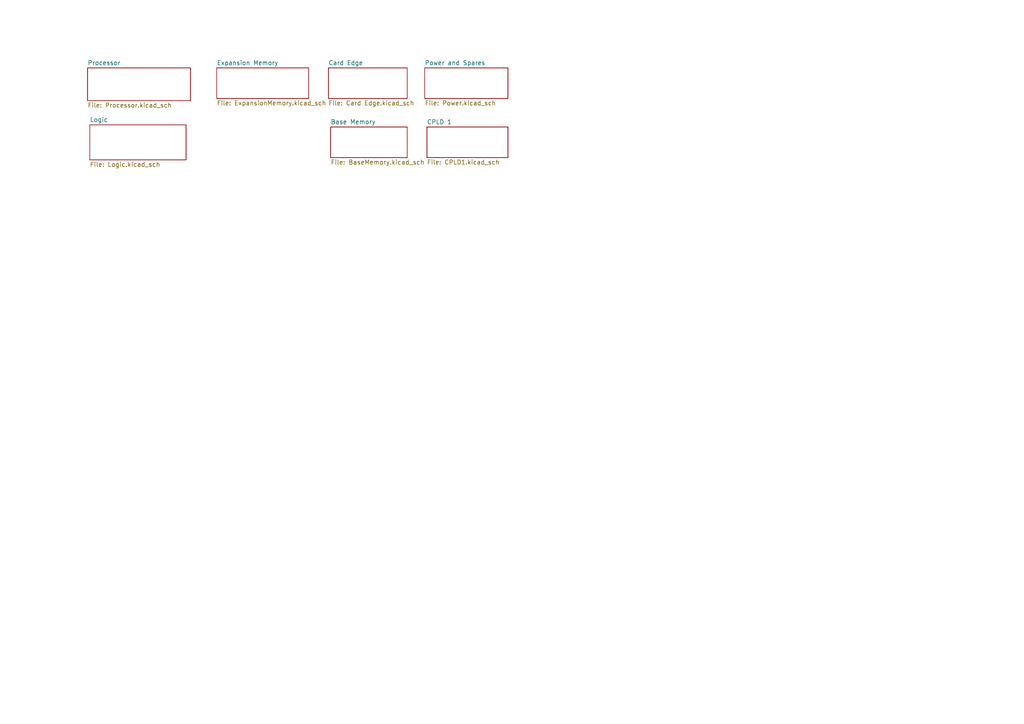
<source format=kicad_sch>
(kicad_sch (version 20211123) (generator eeschema)
  (paper "A4")
  (lib_symbols)
  (sheet (at 25.4 19.685) (size 29.845 9.525)
    (property "Sheet name" "Processor" (at 25.4 18.9734 0) (effects (justify left bottom)))
    (property "Sheet file" "Processor.kicad_sch" (at 25.4 29.7946 0) (effects (justify left top)))
  )
  (sheet (at 62.865 19.685) (size 26.67 8.89)
    (property "Sheet name" "Expansion Memory" (at 62.865 18.9734 0) (effects (justify left bottom)))
    (property "Sheet file" "ExpansionMemory.kicad_sch" (at 62.865 29.1596 0) (effects (justify left top)))
  )
  (sheet (at 95.25 19.685) (size 22.86 8.89)
    (property "Sheet name" "Card Edge" (at 95.25 18.9734 0) (effects (justify left bottom)))
    (property "Sheet file" "Card Edge.kicad_sch" (at 95.25 29.1596 0) (effects (justify left top)))
  )
  (sheet (at 95.885 36.83) (size 22.225 8.89)
    (property "Sheet name" "Base Memory" (at 95.885 36.1057 0) (effects (font (size 1.2954 1.2954)) (justify left bottom)))
    (property "Sheet file" "BaseMemory.kicad_sch" (at 95.885 46.3148 0) (effects (font (size 1.2954 1.2954)) (justify left top)))
  )
  (sheet (at 123.825 36.83) (size 23.495 8.89)
    (property "Sheet name" "CPLD 1" (at 123.825 36.1184 0) (effects (justify left bottom)))
    (property "Sheet file" "CPLD1.kicad_sch" (at 123.825 46.3046 0) (effects (justify left top)))
  )
  (sheet (at 123.19 19.685) (size 24.13 8.89)
    (property "Sheet name" "Power and Spares" (at 123.19 18.9734 0) (effects (justify left bottom)))
    (property "Sheet file" "Power.kicad_sch" (at 123.19 29.1596 0) (effects (justify left top)))
  )
  (sheet (at 26.035 36.195) (size 27.94 10.16)
    (property "Sheet name" "Logic" (at 26.035 35.4707 0) (effects (font (size 1.2954 1.2954)) (justify left bottom)))
    (property "Sheet file" "Logic.kicad_sch" (at 26.035 46.9498 0) (effects (font (size 1.2954 1.2954)) (justify left top)))
  )
)
</source>
